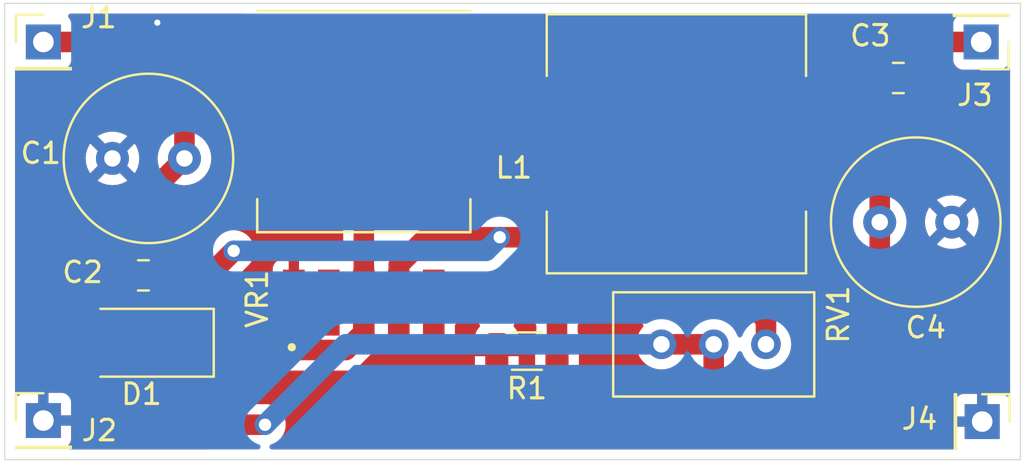
<source format=kicad_pcb>
(kicad_pcb (version 20240108) (generator "pcbnew") (generator_version "8.0")
  (layers (0 "F.Cu" signal) (31 "B.Cu" signal) (34 "B.Paste" user) (35 "F.Paste" user) (36 "B.SilkS" user "B.Silkscreen") (37 "F.SilkS" user "F.Silkscreen") (38 "B.Mask" user) (39 "F.Mask" user) (44 "Edge.Cuts" user))
  (net 0 "")
  (net 1 "Net-(J1-Pin_1)")
  (net 2 "GND")
  (net 3 "Net-(D1-K)")
  (net 4 "Net-(D1-A)")
  (net 5 "Net-(VR1-FB)")
  (footprint "Capacitor_THT:C_Radial_D8.0mm_H11.5mm_P3.50mm" (layer "F.Cu") (at 136.3218 43.9674)
    (property "Reference" "C4" (at 2.2352 5.1308 0) (layer "F.SilkS"))
    (property "Value" "220uF/50V" (hide yes))
    (fp_circle (center 1.75 0) (end 5.87 0) (stroke (width 0.12)) (fill none) (layer "F.SilkS"))
    (pad "1" thru_hole circle (at 0 0) (size 1.6 1.6) (drill 0.8) (layers "*.Cu" "*.Mask") (net 3 "Net-(D1-K)"))
    (pad "2" thru_hole circle (at 3.5 0) (size 1.6 1.6) (drill 0.8) (layers "*.Cu" "*.Mask") (net 2 "GND"))
  )
  (footprint "Capacitor_THT:C_Radial_D8.0mm_H11.5mm_P3.50mm" (layer "F.Cu") (at 102.5372 40.8686 180)
    (property "Reference" "C1" (at 6.9824 0.254 360) (layer "F.SilkS"))
    (property "Value" "47uF/50V" (hide yes))
    (fp_circle (center 1.75 0) (end 5.87 0) (stroke (width 0.12)) (fill none) (layer "F.SilkS"))
    (pad "1" thru_hole circle (at 0 0 180) (size 1.6 1.6) (drill 0.8) (layers "*.Cu" "*.Mask") (net 1 "Net-(J1-Pin_1)"))
    (pad "2" thru_hole circle (at 3.5 0 180) (size 1.6 1.6) (drill 0.8) (layers "*.Cu" "*.Mask") (net 2 "GND"))
  )
  (footprint "Connector_PinHeader_2.54mm:PinHeader_1x01_P2.54mm_Vertical" (layer "F.Cu") (at 95.6818 35.2044)
    (property "Reference" "J1" (at 2.6924 -1.1938 0) (layer "F.SilkS"))
    (property "Value" "Conn_01x01_Pin" (hide yes))
    (fp_line (start -1.33 -1.33) (end 0 -1.33) (stroke (width 0.12)) (layer "F.SilkS"))
    (fp_line (start -1.33 0) (end -1.33 -1.33) (stroke (width 0.12)) (layer "F.SilkS"))
    (fp_line (start -1.33 1.27) (end -1.33 1.33) (stroke (width 0.12)) (layer "F.SilkS"))
    (fp_line (start -1.33 1.27) (end 1.33 1.27) (stroke (width 0.12)) (layer "F.SilkS"))
    (fp_line (start -1.33 1.33) (end 1.33 1.33) (stroke (width 0.12)) (layer "F.SilkS"))
    (fp_line (start 1.33 1.27) (end 1.33 1.33) (stroke (width 0.12)) (layer "F.SilkS"))
    (pad "1" thru_hole rect (at 0 0) (size 1.7 1.7) (drill 1) (layers "*.Cu" "*.Mask") (net 1 "Net-(J1-Pin_1)"))
  )
  (footprint "Diode_SMD:D_SMA" (layer "F.Cu") (at 100.4504 49.8348 180)
    (property "Reference" "D1" (at 0 -2.5 360) (layer "F.SilkS"))
    (property "Value" "SS34" (hide yes))
    (fp_line (start -3.51 1.65) (end 2 1.65) (stroke (width 0.12)) (layer "F.SilkS"))
    (fp_line (start -3.51 -1.65) (end 2 -1.65) (stroke (width 0.12)) (layer "F.SilkS"))
    (fp_line (start -3.51 -1.65) (end -3.51 1.65) (stroke (width 0.12)) (layer "F.SilkS"))
    (pad "1" smd roundrect (at -2 0 180) (size 2.5 1.8) (layers "F.Cu" "F.Paste" "F.Mask") (roundrect_rratio 0.1388888889) (net 3 "Net-(D1-K)"))
    (pad "2" smd roundrect (at 2 0 180) (size 2.5 1.8) (layers "F.Cu" "F.Paste" "F.Mask") (roundrect_rratio 0.1388888889) (net 4 "Net-(D1-A)"))
  )
  (footprint "XL6009:DPAK170P1435X465-6N" (layer "F.Cu") (at 111.252 41.7524 90)
    (property "Reference" "VR1" (at -5.9488 -5.1816 90) (layer "F.SilkS"))
    (property "Value" "XL6009" (hide yes))
    (fp_line (start 8.05 -5.18) (end 8.05 5.18) (stroke (width 0.127)) (layer "F.SilkS"))
    (fp_line (start -1.1 -5.18) (end -2.705 -5.18) (stroke (width 0.127)) (layer "F.SilkS"))
    (fp_line (start -2.705 -5.18) (end -2.705 5.18) (stroke (width 0.127)) (layer "F.SilkS"))
    (fp_line (start -1.1 5.18) (end -2.705 5.18) (stroke (width 0.127)) (layer "F.SilkS"))
    (fp_circle (center -8.3 -3.5) (end -8.2 -3.5) (stroke (width 0.2)) (fill none) (layer "F.SilkS"))
    (pad "1" smd rect (at -6.13 -3.4 90) (size 3.21 1.05) (layers "F.Cu" "F.Paste" "F.Mask") (net 2 "GND"))
    (pad "2" smd rect (at -6.13 -1.7 90) (size 3.21 1.05) (layers "F.Cu" "F.Paste" "F.Mask"))
    (pad "3" smd rect (at -6.13 0 90) (size 3.21 1.05) (layers "F.Cu" "F.Paste" "F.Mask") (net 4 "Net-(D1-A)"))
    (pad "4" smd rect (at -6.13 1.7 90) (size 3.21 1.05) (layers "F.Cu" "F.Paste" "F.Mask") (net 1 "Net-(J1-Pin_1)"))
    (pad "5" smd rect (at -6.13 3.4 90) (size 3.21 1.05) (layers "F.Cu" "F.Paste" "F.Mask") (net 5 "Net-(VR1-FB)"))
    (pad "6" smd rect (at 3.5 0 90) (size 8.46 10.53) (layers "F.Cu" "F.Mask") (net 4 "Net-(D1-A)"))
  )
  (footprint "Capacitor_SMD:C_0805_2012Metric" (layer "F.Cu") (at 100.5434 46.5582 180)
    (property "Reference" "C2" (at 2.9566 0.1524 360) (layer "F.SilkS"))
    (property "Value" "1uF" (hide yes))
    (fp_line (start -0.261252 0.735) (end 0.261252 0.735) (stroke (width 0.12)) (layer "F.SilkS"))
    (fp_line (start -0.261252 -0.735) (end 0.261252 -0.735) (stroke (width 0.12)) (layer "F.SilkS"))
    (pad "1" smd roundrect (at -0.95 0 180) (size 1 1.45) (layers "F.Cu" "F.Paste" "F.Mask") (net 1 "Net-(J1-Pin_1)"))
    (pad "2" smd roundrect (at 0.95 0 180) (size 1 1.45) (layers "F.Cu" "F.Paste" "F.Mask") (net 2 "GND"))
  )
  (footprint "Capacitor_SMD:C_0805_2012Metric" (layer "F.Cu") (at 137.226 36.957)
    (property "Reference" "C3" (at -1.3614 -2.0574 0) (layer "F.SilkS"))
    (property "Value" "1uF" (hide yes))
    (fp_line (start -0.261252 -0.735) (end 0.261252 -0.735) (stroke (width 0.12)) (layer "F.SilkS"))
    (fp_line (start -0.261252 0.735) (end 0.261252 0.735) (stroke (width 0.12)) (layer "F.SilkS"))
    (pad "1" smd roundrect (at -0.95 0) (size 1 1.45) (layers "F.Cu" "F.Paste" "F.Mask") (net 3 "Net-(D1-K)"))
    (pad "2" smd roundrect (at 0.95 0) (size 1 1.45) (layers "F.Cu" "F.Paste" "F.Mask") (net 2 "GND"))
  )
  (footprint "Resistor_SMD:R_1206_3216Metric" (layer "F.Cu") (at 119.1768 50.2412 180)
    (property "Reference" "R1" (at 0 -1.82 360) (layer "F.SilkS"))
    (property "Value" "1K" (hide yes))
    (fp_line (start -0.727064 0.91) (end 0.727064 0.91) (stroke (width 0.12)) (layer "F.SilkS"))
    (fp_line (start -0.727064 -0.91) (end 0.727064 -0.91) (stroke (width 0.12)) (layer "F.SilkS"))
    (pad "1" smd roundrect (at -1.4625 0 180) (size 1.125 1.75) (layers "F.Cu" "F.Paste" "F.Mask") (roundrect_rratio 0.222222) (net 5 "Net-(VR1-FB)"))
    (pad "2" smd roundrect (at 1.4625 0 180) (size 1.125 1.75) (layers "F.Cu" "F.Paste" "F.Mask") (roundrect_rratio 0.222222) (net 2 "GND"))
  )
  (footprint "Inductor_SMD:L_12x12mm_H8mm" (layer "F.Cu") (at 126.4412 40.1574)
    (property "Reference" "L1" (at -7.9024 1.1684 0) (layer "F.SilkS"))
    (property "Value" "33uH/4A" (hide yes))
    (fp_line (start -6.3 -6.3) (end 6.3 -6.3) (stroke (width 0.12)) (layer "F.SilkS"))
    (fp_line (start -6.3 -3.3) (end -6.3 -6.3) (stroke (width 0.12)) (layer "F.SilkS"))
    (fp_line (start -6.3 6.3) (end -6.3 3.3) (stroke (width 0.12)) (layer "F.SilkS"))
    (fp_line (start 6.3 -6.3) (end 6.3 -3.3) (stroke (width 0.12)) (layer "F.SilkS"))
    (fp_line (start 6.3 3.3) (end 6.3 6.3) (stroke (width 0.12)) (layer "F.SilkS"))
    (fp_line (start 6.3 6.3) (end -6.3 6.3) (stroke (width 0.12)) (layer "F.SilkS"))
    (pad "1" smd rect (at -4.95 0) (size 2.9 5.4) (layers "F.Cu" "F.Paste" "F.Mask") (net 1 "Net-(J1-Pin_1)"))
    (pad "2" smd rect (at 4.95 0) (size 2.9 5.4) (layers "F.Cu" "F.Paste" "F.Mask") (net 4 "Net-(D1-A)"))
  )
  (footprint "Connector_PinHeader_2.54mm:PinHeader_1x01_P2.54mm_Vertical" (layer "F.Cu") (at 141.3002 53.6702 -90)
    (property "Reference" "J4" (at -0.127 3.048 180) (layer "F.SilkS"))
    (property "Value" "Conn_01x01_Pin" (hide yes))
    (fp_line (start -1.33 1.33) (end 1.33 1.33) (stroke (width 0.12)) (layer "F.SilkS"))
    (fp_line (start -1.33 1.27) (end -1.33 1.33) (stroke (width 0.12)) (layer "F.SilkS"))
    (fp_line (start -1.33 1.27) (end 1.33 1.27) (stroke (width 0.12)) (layer "F.SilkS"))
    (fp_line (start 1.33 1.27) (end 1.33 1.33) (stroke (width 0.12)) (layer "F.SilkS"))
    (fp_line (start -1.33 0) (end -1.33 -1.33) (stroke (width 0.12)) (layer "F.SilkS"))
    (fp_line (start -1.33 -1.33) (end 0 -1.33) (stroke (width 0.12)) (layer "F.SilkS"))
    (pad "1" thru_hole rect (at 0 0 270) (size 1.7 1.7) (drill 1) (layers "*.Cu" "*.Mask") (net 2 "GND"))
  )
  (footprint "Potentiometer_THT:Potentiometer_Bourns_3296W_Vertical" (layer "F.Cu") (at 130.7946 49.911)
    (property "Reference" "RV1" (at 3.5206 -1.4478 90) (layer "F.SilkS"))
    (property "Value" "50K" (hide yes))
    (fp_line (start -7.425 -2.53) (end -7.425 2.54) (stroke (width 0.12)) (layer "F.SilkS"))
    (fp_line (start -7.425 -2.53) (end 2.345 -2.53) (stroke (width 0.12)) (layer "F.SilkS"))
    (fp_line (start -7.425 2.54) (end 2.345 2.54) (stroke (width 0.12)) (layer "F.SilkS"))
    (fp_line (start 2.345 -2.53) (end 2.345 2.54) (stroke (width 0.12)) (layer "F.SilkS"))
    (pad "1" thru_hole circle (at 0 0) (size 1.44 1.44) (drill 0.8) (layers "*.Cu" "*.Mask") (net 5 "Net-(VR1-FB)"))
    (pad "2" thru_hole circle (at -2.54 0) (size 1.44 1.44) (drill 0.8) (layers "*.Cu" "*.Mask") (net 3 "Net-(D1-K)"))
    (pad "3" thru_hole circle (at -5.08 0) (size 1.44 1.44) (drill 0.8) (layers "*.Cu" "*.Mask") (net 3 "Net-(D1-K)"))
  )
  (footprint "Connector_PinHeader_2.54mm:PinHeader_1x01_P2.54mm_Vertical" (layer "F.Cu") (at 95.6818 53.6194)
    (property "Reference" "J2" (at 2.7178 0.4826 0) (layer "F.SilkS"))
    (property "Value" "Conn_01x01_Pin" (hide yes))
    (fp_line (start -1.33 -1.33) (end 0 -1.33) (stroke (width 0.12)) (layer "F.SilkS"))
    (fp_line (start -1.33 0) (end -1.33 -1.33) (stroke (width 0.12)) (layer "F.SilkS"))
    (fp_line (start -1.33 1.27) (end -1.33 1.33) (stroke (width 0.12)) (layer "F.SilkS"))
    (fp_line (start -1.33 1.27) (end 1.33 1.27) (stroke (width 0.12)) (layer "F.SilkS"))
    (fp_line (start -1.33 1.33) (end 1.33 1.33) (stroke (width 0.12)) (layer "F.SilkS"))
    (fp_line (start 1.33 1.27) (end 1.33 1.33) (stroke (width 0.12)) (layer "F.SilkS"))
    (pad "1" thru_hole rect (at 0 0) (size 1.7 1.7) (drill 1) (layers "*.Cu" "*.Mask") (net 2 "GND"))
  )
  (footprint "Connector_PinHeader_2.54mm:PinHeader_1x01_P2.54mm_Vertical" (layer "F.Cu") (at 141.2494 35.2044 180)
    (property "Reference" "J3" (at 0.3048 -2.5908 360) (layer "F.SilkS"))
    (property "Value" "Conn_01x01_Pin" (hide yes))
    (fp_line (start 1.33 1.27) (end 1.33 1.33) (stroke (width 0.12)) (layer "F.SilkS"))
    (fp_line (start -1.33 1.33) (end 1.33 1.33) (stroke (width 0.12)) (layer "F.SilkS"))
    (fp_line (start -1.33 1.27) (end 1.33 1.27) (stroke (width 0.12)) (layer "F.SilkS"))
    (fp_line (start -1.33 1.27) (end -1.33 1.33) (stroke (width 0.12)) (layer "F.SilkS"))
    (fp_line (start -1.33 0) (end -1.33 -1.33) (stroke (width 0.12)) (layer "F.SilkS"))
    (fp_line (start -1.33 -1.33) (end 0 -1.33) (stroke (width 0.12)) (layer "F.SilkS"))
    (pad "1" thru_hole rect (at 0 0 180) (size 1.7 1.7) (drill 1) (layers "*.Cu" "*.Mask") (net 3 "Net-(D1-K)"))
  )
  (gr_rect (start 93.8022 33.3248) (end 143.1544 55.5244) (stroke (width 0.05)) (fill none) (layer "Edge.Cuts"))
  (segment (start 103.7336 46.5582) (end 104.9274 45.3644) (width 1) (layer "F.Cu") (net 1))
  (segment (start 99.9744 35.2044) (end 102.5372 37.7672) (width 1) (layer "F.Cu") (net 1))
  (segment (start 95.631 35.2044) (end 99.9744 35.2044) (width 1) (layer "F.Cu") (net 1))
  (segment (start 120.0912 44.704) (end 121.4912 43.304) (width 1) (layer "F.Cu") (net 1))
  (segment (start 102.5372 37.7672) (end 102.5372 40.8686) (width 1) (layer "F.Cu") (net 1))
  (segment (start 101.4934 46.5582) (end 103.7336 46.5582) (width 1) (layer "F.Cu") (net 1))
  (segment (start 101.5238 46.5278) (end 101.4934 46.5582) (width 1) (layer "F.Cu") (net 1))
  (segment (start 117.856 44.704) (end 120.0912 44.704) (width 1) (layer "F.Cu") (net 1))
  (segment (start 101.5238 41.882) (end 101.5238 46.5278) (width 1) (layer "F.Cu") (net 1))
  (segment (start 112.952 46.0524) (end 114.3004 44.704) (width 1) (layer "F.Cu") (net 1))
  (segment (start 121.4912 43.304) (end 121.4912 40.1574) (width 1) (layer "F.Cu") (net 1))
  (segment (start 114.3004 44.704) (end 117.856 44.704) (width 1) (layer "F.Cu") (net 1))
  (segment (start 112.952 47.8824) (end 112.952 46.0524) (width 1) (layer "F.Cu") (net 1))
  (segment (start 102.5372 40.8686) (end 101.5238 41.882) (width 1) (layer "F.Cu") (net 1))
  (via (at 117.856 44.704) (size 0.9) (drill 0.6) (layers "F.Cu" "B.Cu") (net 1))
  (via (at 104.9274 45.3644) (size 0.9) (drill 0.6) (layers "F.Cu" "B.Cu") (net 1))
  (segment (start 117.1956 45.3644) (end 117.856 44.704) (width 1) (layer "B.Cu") (net 1))
  (segment (start 104.9274 45.3644) (end 117.1956 45.3644) (width 1) (layer "B.Cu") (net 1))
  (via (at 101.219 34.2646) (size 0.6) (drill 0.3) (layers "F.Cu" "B.Cu") (net 2))
  (segment (start 136.3218 43.9674) (end 136.3218 49.5046) (width 1) (layer "F.Cu") (net 3))
  (segment (start 136.276 36.78157) (end 137.85317 35.2044) (width 1) (layer "F.Cu") (net 3))
  (segment (start 136.276 36.957) (end 136.276 36.78157) (width 1) (layer "F.Cu") (net 3))
  (segment (start 128.2546 49.911) (end 125.7146 49.911) (width 1) (layer "F.Cu") (net 3))
  (segment (start 102.4504 52.2854) (end 103.9876 53.8226) (width 1) (layer "F.Cu") (net 3))
  (segment (start 136.3218 43.9674) (end 136.3218 37.0028) (width 1) (layer "F.Cu") (net 3))
  (segment (start 128.2546 51.572) (end 128.2546 49.911) (width 1) (layer "F.Cu") (net 3))
  (segment (start 133.5786 52.2478) (end 128.9304 52.2478) (width 1) (layer "F.Cu") (net 3))
  (segment (start 137.85317 35.2044) (end 141.2494 35.2044) (width 1) (layer "F.Cu") (net 3))
  (segment (start 136.3218 37.0028) (end 136.276 36.957) (width 1) (layer "F.Cu") (net 3))
  (segment (start 128.9304 52.2478) (end 128.2546 51.572) (width 1) (layer "F.Cu") (net 3))
  (segment (start 102.4504 49.8348) (end 102.4504 52.2854) (width 1) (layer "F.Cu") (net 3))
  (segment (start 136.3218 49.5046) (end 133.5786 52.2478) (width 1) (layer "F.Cu") (net 3))
  (segment (start 103.9876 53.8226) (end 106.4514 53.8226) (width 1) (layer "F.Cu") (net 3))
  (via (at 106.4514 53.8226) (size 0.9) (drill 0.6) (layers "F.Cu" "B.Cu") (net 3))
  (segment (start 110.363 49.911) (end 125.7146 49.911) (width 1) (layer "B.Cu") (net 3))
  (segment (start 106.4514 53.8226) (end 110.363 49.911) (width 1) (layer "B.Cu") (net 3))
  (segment (start 110.3838 50.1874) (end 111.252 49.3192) (width 1) (layer "F.Cu") (net 4))
  (segment (start 131.3912 39.0622) (end 127.4572 35.1282) (width 1) (layer "F.Cu") (net 4))
  (segment (start 100.302 47.9832) (end 104.4228 47.9832) (width 1) (layer "F.Cu") (net 4))
  (segment (start 106.627 50.1874) (end 110.3838 50.1874) (width 1) (layer "F.Cu") (net 4))
  (segment (start 111.252 49.3192) (end 111.252 47.8824) (width 1) (layer "F.Cu") (net 4))
  (segment (start 111.252 46.0524) (end 111.252 47.8824) (width 1) (layer "F.Cu") (net 4))
  (segment (start 98.4504 49.8348) (end 100.302 47.9832) (width 1) (layer "F.Cu") (net 4))
  (segment (start 111.252 47.8824) (end 111.252 38.2524) (width 1) (layer "F.Cu") (net 4))
  (segment (start 127.4572 35.1282) (end 114.3762 35.1282) (width 1) (layer "F.Cu") (net 4))
  (segment (start 104.4228 47.9832) (end 106.627 50.1874) (width 1) (layer "F.Cu") (net 4))
  (segment (start 131.3912 40.1574) (end 131.3912 39.0622) (width 1) (layer "F.Cu") (net 4))
  (segment (start 129.9498 47.8824) (end 130.7946 48.7272) (width 1) (layer "F.Cu") (net 5))
  (segment (start 130.7946 48.7272) (end 130.7946 49.911) (width 1) (layer "F.Cu") (net 5))
  (segment (start 120.6393 50.2412) (end 120.6393 47.8824) (width 1) (layer "F.Cu") (net 5))
  (segment (start 118.2805 47.8824) (end 114.652 47.8824) (width 1) (layer "F.Cu") (net 5))
  (segment (start 118.2805 47.8824) (end 129.9498 47.8824) (width 1) (layer "F.Cu") (net 5))
  (segment (start 120.6393 47.8824) (end 118.2805 47.8824) (width 1) (layer "F.Cu") (net 5))
  (zone (net 2) (net_name "GND") (layers "F&B.Cu") (connect_pads (clearance 0.5)) (min_thickness 0.25) (fill yes (thermal_gap 0.5) (thermal_bridge_width 0.5))
    (polygon (pts (xy 143.3322 33.274) (xy 143.2814 55.626) (xy 93.5736 55.6514) (xy 93.726 33.274)))
  )
)
</source>
